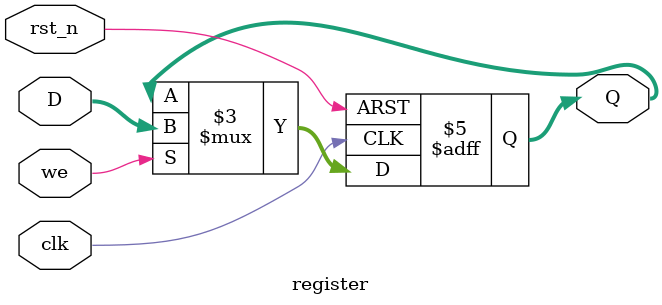
<source format=sv>
`timescale 1ns/1ps

module register #(parameter WIDTH = 32) (
    input  logic              clk,
    input  logic              rst_n,
    input  logic              we,
    input  logic [WIDTH-1:0]  D,
    output logic [WIDTH-1:0]  Q
);
    always_ff @(posedge clk or negedge rst_n) begin
        if (!rst_n)
            Q <= '0;
        else if (we)
            Q <= D;
    end
endmodule

</source>
